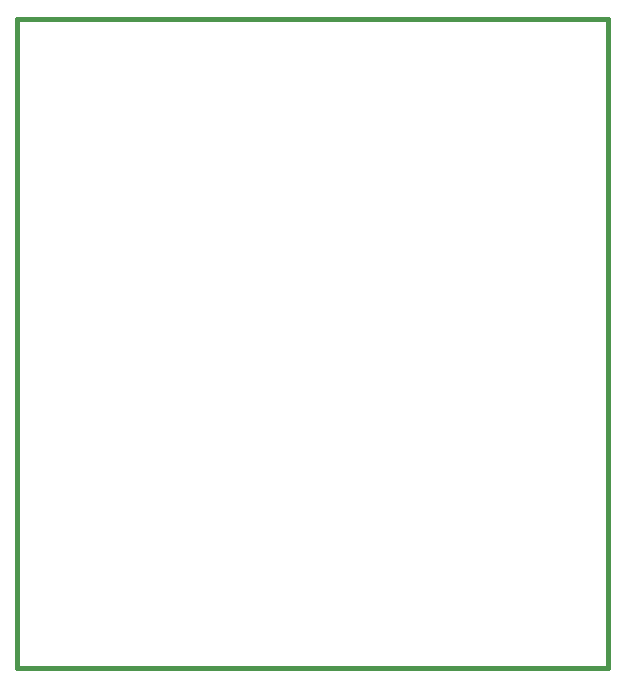
<source format=gko>
G04*
G04 #@! TF.GenerationSoftware,Altium Limited,Altium Designer,19.0.10 (269)*
G04*
G04 Layer_Color=16711935*
%FSLAX25Y25*%
%MOIN*%
G70*
G01*
G75*
%ADD14C,0.01575*%
D14*
X-0Y0D02*
X0Y216535D01*
X196850D01*
Y0D02*
Y216535D01*
X0Y0D02*
X196850D01*
M02*

</source>
